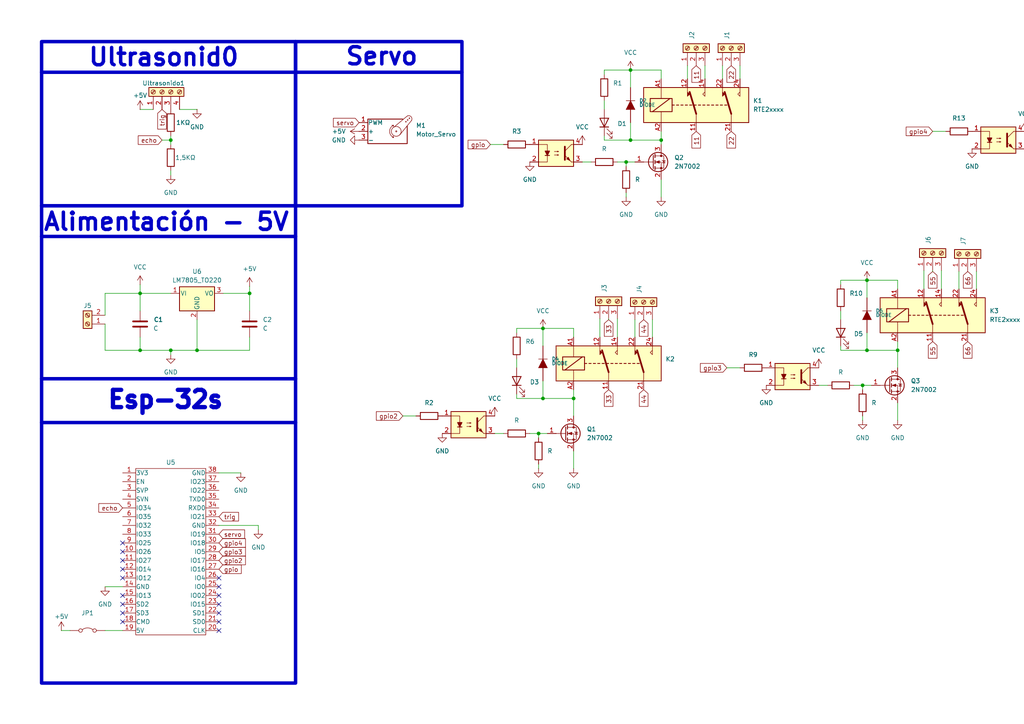
<source format=kicad_sch>
(kicad_sch (version 20231120) (generator "eeschema") (generator_version "8.0")
  (paper "A4")
  (lib_symbols
    (symbol "Connector:Screw_Terminal_01x02" (pin_names (offset 1.016) hide)
      (property "Reference" "J" (at 0 2.54 0))
      (property "Value" "Screw_Terminal_01x02" (at 0 -5.08 0))
      (symbol "Screw_Terminal_01x02_1_1"
        (pin passive line (at -5.08 0 0) (length 3.81) (name "Pin_1") (number "1"))
        (pin passive line (at -5.08 -2.54 0) (length 3.81) (name "Pin_2") (number "2"))
      )
    )
    (symbol "Connector:Screw_Terminal_01x03" (pin_names (offset 1.016) hide)
      (property "Reference" "J" (at 0 5.08 0))
      (property "Value" "Screw_Terminal_01x03" (at 0 -5.08 0))
      (symbol "Screw_Terminal_01x03_1_1"
        (pin passive line (at -5.08 2.54 0) (length 3.81) (name "Pin_1") (number "1"))
        (pin passive line (at -5.08 0 0) (length 3.81) (name "Pin_2") (number "2"))
        (pin passive line (at -5.08 -2.54 0) (length 3.81) (name "Pin_3") (number "3"))
      )
    )
    (symbol "Connector:Screw_Terminal_01x04" (pin_names (offset 1.016) hide)
      (property "Reference" "J" (at 0 5.08 0))
      (property "Value" "Screw_Terminal_01x04" (at 0 -7.62 0))
      (symbol "Screw_Terminal_01x04_1_1"
        (pin passive line (at -5.08 2.54 0) (length 3.81) (name "Pin_1") (number "1"))
        (pin passive line (at -5.08 0 0) (length 3.81) (name "Pin_2") (number "2"))
        (pin passive line (at -5.08 -2.54 0) (length 3.81) (name "Pin_3") (number "3"))
        (pin passive line (at -5.08 -5.08 0) (length 3.81) (name "Pin_4") (number "4"))
      )
    )
    (symbol "Device:C" (pin_numbers hide) (pin_names (offset 0.254))
      (property "Reference" "C" (at 0.635 2.54 0))
      (property "Value" "C" (at 0.635 -2.54 0))
      (symbol "C_1_1"
        (pin passive line (at 0 3.81 270) (length 2.794) (name "~") (number "1"))
        (pin passive line (at 0 -3.81 90) (length 2.794) (name "~") (number "2"))
      )
    )
    (symbol "Device:LED" (pin_numbers hide) (pin_names (offset 1.016) hide)
      (property "Reference" "D" (at 0 2.54 0))
      (property "Value" "LED" (at 0 -2.54 0))
      (symbol "LED_1_1"
        (pin passive line (at -3.81 0 0) (length 2.54) (name "K") (number "1"))
        (pin passive line (at 3.81 0 180) (length 2.54) (name "A") (number "2"))
      )
    )
    (symbol "Device:R" (pin_numbers hide) (pin_names (offset 0))
      (property "Reference" "R" (at 2.032 0 90))
      (property "Value" "R" (at 0 0 90))
      (symbol "R_1_1"
        (pin passive line (at 0 3.81 270) (length 1.27) (name "~") (number "1"))
        (pin passive line (at 0 -3.81 90) (length 1.27) (name "~") (number "2"))
      )
    )
    (symbol "EESTN5:DIODE" (pin_numbers hide) (pin_names (offset 1.016) hide)
      (property "Reference" "D" (at 0 2.54 0))
      (property "Value" "DIODE" (at 0 -2.54 0))
      (symbol "DIODE_1_1"
        (pin passive line (at -5.08 0 0) (length 3.81) (name "A") (number "1"))
        (pin passive line (at 5.08 0 180) (length 3.81) (name "K") (number "2"))
      )
    )
    (symbol "EESTN5:ESP32_DEVKITC" (pin_names (offset 0.0254))
      (property "Reference" "U" (at 0 25.4 0))
      (property "Value" "ESP32_DEVKITC" (at 0 -25.4 0))
      (symbol "ESP32_DEVKITC_1_1"
        (pin passive line (at -13.97 22.86 0) (length 3.81) (name "3V3") (number "1"))
        (pin passive line (at -13.97 0 0) (length 3.81) (name "IO26") (number "10"))
        (pin passive line (at -13.97 -2.54 0) (length 3.81) (name "IO27") (number "11"))
        (pin passive line (at -13.97 -5.08 0) (length 3.81) (name "IO14") (number "12"))
        (pin passive line (at -13.97 -7.62 0) (length 3.81) (name "IO12") (number "13"))
        (pin passive line (at -13.97 -10.16 0) (length 3.81) (name "GND") (number "14"))
        (pin passive line (at -13.97 -12.7 0) (length 3.81) (name "IO13") (number "15"))
        (pin passive line (at -13.97 -15.24 0) (length 3.81) (name "SD2") (number "16"))
        (pin passive line (at -13.97 -17.78 0) (length 3.81) (name "SD3") (number "17"))
        (pin passive line (at -13.97 -20.32 0) (length 3.81) (name "CMD") (number "18"))
        (pin passive line (at -13.97 -22.86 0) (length 3.81) (name "5V") (number "19"))
        (pin passive line (at -13.97 20.32 0) (length 3.81) (name "EN") (number "2"))
        (pin passive line (at 13.97 -22.86 180) (length 3.81) (name "CLK") (number "20"))
        (pin passive line (at 13.97 -20.32 180) (length 3.81) (name "SD0") (number "21"))
        (pin passive line (at 13.97 -17.78 180) (length 3.81) (name "SD1") (number "22"))
        (pin passive line (at 13.97 -15.24 180) (length 3.81) (name "IO15") (number "23"))
        (pin passive line (at 13.97 -12.7 180) (length 3.81) (name "IO02") (number "24"))
        (pin passive line (at 13.97 -10.16 180) (length 3.81) (name "IO0") (number "25"))
        (pin passive line (at 13.97 -7.62 180) (length 3.81) (name "IO4") (number "26"))
        (pin passive line (at 13.97 -5.08 180) (length 3.81) (name "IO16") (number "27"))
        (pin passive line (at 13.97 -2.54 180) (length 3.81) (name "IO17") (number "28"))
        (pin passive line (at 13.97 0 180) (length 3.81) (name "IO5") (number "29"))
        (pin passive line (at -13.97 17.78 0) (length 3.81) (name "SVP") (number "3"))
        (pin passive line (at 13.97 2.54 180) (length 3.81) (name "IO18") (number "30"))
        (pin passive line (at 13.97 5.08 180) (length 3.81) (name "IO19") (number "31"))
        (pin passive line (at 13.97 7.62 180) (length 3.81) (name "GND") (number "32"))
        (pin passive line (at 13.97 10.16 180) (length 3.81) (name "IO21") (number "33"))
        (pin passive line (at 13.97 12.7 180) (length 3.81) (name "RXD0") (number "34"))
        (pin passive line (at 13.97 15.24 180) (length 3.81) (name "TXD0") (number "35"))
        (pin passive line (at 13.97 17.78 180) (length 3.81) (name "IO22") (number "36"))
        (pin passive line (at 13.97 20.32 180) (length 3.81) (name "IO23") (number "37"))
        (pin passive line (at 13.97 22.86 180) (length 3.81) (name "GND") (number "38"))
        (pin passive line (at -13.97 15.24 0) (length 3.81) (name "SVN") (number "4"))
        (pin passive line (at -13.97 12.7 0) (length 3.81) (name "IO34") (number "5"))
        (pin passive line (at -13.97 10.16 0) (length 3.81) (name "IO35") (number "6"))
        (pin passive line (at -13.97 7.62 0) (length 3.81) (name "IO32") (number "7"))
        (pin passive line (at -13.97 5.08 0) (length 3.81) (name "IO33") (number "8"))
        (pin passive line (at -13.97 2.54 0) (length 3.81) (name "IO25") (number "9"))
      )
    )
    (symbol "EESTN5:PC817" (pin_names (offset 1.016))
      (property "Reference" "U" (at -5.08 5.08 0))
      (property "Value" "PC817" (at 0 5.08 0))
      (symbol "PC817_1_1"
        (pin passive line (at -7.62 2.54 0) (length 2.54) (name "~") (number "1"))
        (pin passive line (at -7.62 -2.54 0) (length 2.54) (name "~") (number "2"))
        (pin passive line (at 7.62 -2.54 180) (length 2.54) (name "~") (number "3"))
        (pin passive line (at 7.62 2.54 180) (length 2.54) (name "~") (number "4"))
      )
    )
    (symbol "Jumper:Jumper_2_Bridged" (pin_numbers hide) (pin_names (offset 0) hide) (exclude_from_sim yes)
      (property "Reference" "JP" (at 0 1.905 0))
      (property "Value" "Jumper_2_Bridged" (at 0 -2.54 0))
      (symbol "Jumper_2_Bridged_1_1"
        (pin passive line (at -5.08 0 0) (length 2.54) (name "A") (number "1"))
        (pin passive line (at 5.08 0 180) (length 2.54) (name "B") (number "2"))
      )
    )
    (symbol "Motor:Motor_Servo" (pin_names (offset 0.0254))
      (property "Reference" "M" (at -5.08 4.445 0))
      (property "Value" "Motor_Servo" (at -5.08 -4.064 0))
      (symbol "Motor_Servo_1_1"
        (pin passive line (at -7.62 2.54 0) (length 2.54) (name "PWM") (number "1"))
        (pin passive line (at -7.62 0 0) (length 2.54) (name "+") (number "2"))
        (pin passive line (at -7.62 -2.54 0) (length 2.54) (name "-") (number "3"))
      )
    )
    (symbol "Regulator_Linear:LM7805_TO220" (pin_names (offset 0.254))
      (property "Reference" "U" (at -3.81 3.175 0))
      (property "Value" "LM7805_TO220" (at 0 3.175 0))
      (symbol "LM7805_TO220_1_1"
        (pin power_in line (at -7.62 0 0) (length 2.54) (name "VI") (number "1"))
        (pin power_in line (at 0 -7.62 90) (length 2.54) (name "GND") (number "2"))
        (pin power_out line (at 7.62 0 180) (length 2.54) (name "VO") (number "3"))
      )
    )
    (symbol "Relay:RTE2xxxx"
      (property "Reference" "K" (at 16.51 3.81 0))
      (property "Value" "RTE2xxxx" (at 16.51 1.27 0))
      (symbol "RTE2xxxx_1_1"
        (pin passive line (at 0 -7.62 90) (length 2.54) (name "~") (number "11"))
        (pin passive line (at -2.54 7.62 270) (length 2.54) (name "~") (number "12"))
        (pin passive line (at 2.54 7.62 270) (length 2.54) (name "~") (number "14"))
        (pin passive line (at 10.16 -7.62 90) (length 2.54) (name "~") (number "21"))
        (pin passive line (at 7.62 7.62 270) (length 2.54) (name "~") (number "22"))
        (pin passive line (at 12.7 7.62 270) (length 2.54) (name "~") (number "24"))
        (pin passive line (at -10.16 7.62 270) (length 2.54) (name "~") (number "A1"))
        (pin passive line (at -10.16 -7.62 90) (length 2.54) (name "~") (number "A2"))
      )
    )
    (symbol "Transistor_FET:2N7002" (pin_names hide)
      (property "Reference" "Q" (at 5.08 1.905 0))
      (property "Value" "2N7002" (at 5.08 0 0))
      (symbol "2N7002_1_1"
        (pin input line (at -5.08 0 0) (length 2.54) (name "G") (number "1"))
        (pin passive line (at 2.54 -5.08 90) (length 2.54) (name "S") (number "2"))
        (pin passive line (at 2.54 5.08 270) (length 2.54) (name "D") (number "3"))
      )
    )
    (symbol "power:+5V" (power) (pin_numbers hide) (pin_names (offset 0) hide)
      (property "Value" "+5V" (at 0 3.556 0))
      (symbol "+5V_1_1"
        (pin power_in line (at 0 0 90) (length 0) (name "~") (number "1"))
      )
    )
    (symbol "power:GND" (power) (pin_numbers hide) (pin_names (offset 0) hide)
      (property "Value" "GND" (at 0 -3.81 0))
      (symbol "GND_1_1"
        (pin power_in line (at 0 0 270) (length 0) (name "~") (number "1"))
      )
    )
    (symbol "power:VCC" (power) (pin_numbers hide) (pin_names (offset 0) hide)
      (property "Value" "VCC" (at 0 3.556 0))
      (symbol "VCC_1_1"
        (pin power_in line (at 0 0 90) (length 0) (name "~") (number "1"))
      )
    )
  )
  (junction (at 309.88 43.18))
  (junction (at 40.64 85.09))
  (junction (at 40.64 101.6))
  (junction (at 157.48 115.57))
  (junction (at 166.37 115.57))
  (junction (at 72.39 85.09))
  (junction (at 157.48 95.25))
  (junction (at 260.35 101.6))
  (junction (at 251.46 81.28))
  (junction (at 182.88 40.64))
  (junction (at 320.04 33.02))
  (junction (at 156.21 125.73))
  (junction (at 251.46 101.6))
  (junction (at 181.61 46.99))
  (junction (at 191.77 40.64))
  (junction (at 311.15 12.7))
  (junction (at 182.88 20.32))
  (junction (at 49.53 40.64))
  (junction (at 311.15 33.02))
  (junction (at 57.15 101.6))
  (junction (at 49.53 101.6))
  (junction (at 250.19 111.76))
  (no_connect (at 63.5 180.34))
  (no_connect (at 35.56 180.34))
  (no_connect (at 63.5 170.18))
  (no_connect (at 63.5 182.88))
  (no_connect (at 63.5 177.8))
  (no_connect (at 35.56 165.1))
  (no_connect (at 35.56 175.26))
  (no_connect (at 35.56 167.64))
  (no_connect (at 35.56 162.56))
  (no_connect (at 63.5 167.64))
  (no_connect (at 35.56 160.02))
  (no_connect (at 63.5 172.72))
  (no_connect (at 35.56 157.48))
  (no_connect (at 63.5 175.26))
  (no_connect (at 35.56 177.8))
  (no_connect (at 35.56 172.72))
  (wire (pts (xy 17.78 182.88) (xy 20.32 182.88)))
  (wire (pts (xy 64.77 85.09) (xy 72.39 85.09)))
  (wire (pts (xy 175.26 20.32) (xy 175.26 21.59)))
  (wire (pts (xy 156.21 135.89) (xy 156.21 134.62)))
  (wire (pts (xy 191.77 52.07) (xy 191.77 57.15)))
  (wire (pts (xy 189.23 97.79) (xy 189.23 92.71)))
  (wire (pts (xy 199.39 22.86) (xy 199.39 19.05)))
  (wire (pts (xy 166.37 95.25) (xy 157.48 95.25)))
  (wire (pts (xy 142.24 41.91) (xy 146.05 41.91)))
  (wire (pts (xy 214.63 22.86) (xy 214.63 19.05)))
  (wire (pts (xy 30.48 93.98) (xy 30.48 101.6)))
  (wire (pts (xy 260.35 81.28) (xy 251.46 81.28)))
  (wire (pts (xy 40.64 82.55) (xy 40.64 85.09)))
  (wire (pts (xy 330.2 10.16) (xy 330.2 9.906)))
  (wire (pts (xy 146.05 125.73) (xy 143.51 125.73)))
  (wire (pts (xy 311.15 12.7) (xy 311.15 17.78)))
  (wire (pts (xy 303.53 33.02) (xy 311.15 33.02)))
  (wire (pts (xy 166.37 130.81) (xy 166.37 135.89)))
  (wire (pts (xy 182.88 20.32) (xy 182.88 25.4)))
  (wire (pts (xy 30.48 170.18) (xy 35.56 170.18)))
  (wire (pts (xy 273.05 83.82) (xy 273.05 78.486)))
  (wire (pts (xy 116.84 120.65) (xy 120.65 120.65)))
  (wire (pts (xy 311.15 27.94) (xy 311.15 33.02)))
  (wire (pts (xy 176.53 92.71) (xy 176.53 92.456)))
  (wire (pts (xy 57.15 31.75) (xy 52.07 31.75)))
  (wire (pts (xy 149.86 104.14) (xy 149.86 106.68)))
  (wire (pts (xy 30.48 101.6) (xy 40.64 101.6)))
  (wire (pts (xy 260.35 81.28) (xy 260.35 83.82)))
  (wire (pts (xy 166.37 113.03) (xy 166.37 115.57)))
  (wire (pts (xy 320.04 48.26) (xy 320.04 53.34)))
  (wire (pts (xy 260.35 99.06) (xy 260.35 101.6)))
  (wire (pts (xy 46.99 40.64) (xy 49.53 40.64)))
  (wire (pts (xy 40.64 90.17) (xy 40.64 85.09)))
  (wire (pts (xy 179.07 97.79) (xy 179.07 92.456)))
  (wire (pts (xy 311.15 33.02) (xy 320.04 33.02)))
  (wire (pts (xy 342.9 15.24) (xy 342.9 10.16)))
  (wire (pts (xy 153.67 125.73) (xy 156.21 125.73)))
  (wire (pts (xy 243.84 81.28) (xy 251.46 81.28)))
  (wire (pts (xy 204.47 22.86) (xy 204.47 19.05)))
  (wire (pts (xy 179.07 46.99) (xy 181.61 46.99)))
  (wire (pts (xy 49.53 102.87) (xy 49.53 101.6)))
  (wire (pts (xy 149.86 115.57) (xy 157.48 115.57)))
  (wire (pts (xy 171.45 46.99) (xy 168.91 46.99)))
  (wire (pts (xy 309.88 43.18) (xy 312.42 43.18)))
  (wire (pts (xy 182.88 35.56) (xy 182.88 40.64)))
  (wire (pts (xy 74.93 152.4) (xy 63.5 152.4)))
  (wire (pts (xy 72.39 90.17) (xy 72.39 85.09)))
  (wire (pts (xy 175.26 29.21) (xy 175.26 31.75)))
  (wire (pts (xy 191.77 20.32) (xy 191.77 22.86)))
  (wire (pts (xy 320.04 12.7) (xy 311.15 12.7)))
  (wire (pts (xy 303.53 12.7) (xy 311.15 12.7)))
  (wire (pts (xy 149.86 95.25) (xy 157.48 95.25)))
  (wire (pts (xy 251.46 96.52) (xy 251.46 101.6)))
  (wire (pts (xy 166.37 95.25) (xy 166.37 97.79)))
  (wire (pts (xy 57.15 92.71) (xy 57.15 101.6)))
  (wire (pts (xy 157.48 95.25) (xy 157.48 100.33)))
  (wire (pts (xy 74.93 153.67) (xy 74.93 152.4)))
  (wire (pts (xy 320.04 33.02) (xy 320.04 38.1)))
  (wire (pts (xy 251.46 81.28) (xy 251.46 86.36)))
  (wire (pts (xy 327.66 15.24) (xy 327.66 9.906)))
  (wire (pts (xy 181.61 57.15) (xy 181.61 55.88)))
  (wire (pts (xy 57.15 101.6) (xy 72.39 101.6)))
  (wire (pts (xy 49.53 39.37) (xy 49.53 40.64)))
  (wire (pts (xy 40.64 101.6) (xy 49.53 101.6)))
  (wire (pts (xy 49.53 101.6) (xy 57.15 101.6)))
  (wire (pts (xy 173.99 97.79) (xy 173.99 92.456)))
  (wire (pts (xy 267.97 83.82) (xy 267.97 78.486)))
  (wire (pts (xy 240.03 111.76) (xy 237.49 111.76)))
  (wire (pts (xy 320.04 30.48) (xy 320.04 33.02)))
  (wire (pts (xy 49.53 50.8) (xy 49.53 49.53)))
  (wire (pts (xy 283.21 83.82) (xy 283.21 78.74)))
  (wire (pts (xy 278.13 83.82) (xy 278.13 78.74)))
  (wire (pts (xy 40.64 97.79) (xy 40.64 101.6)))
  (wire (pts (xy 157.48 110.49) (xy 157.48 115.57)))
  (wire (pts (xy 181.61 48.26) (xy 181.61 46.99)))
  (wire (pts (xy 247.65 111.76) (xy 250.19 111.76)))
  (wire (pts (xy 40.64 85.09) (xy 49.53 85.09)))
  (wire (pts (xy 149.86 114.3) (xy 149.86 115.57)))
  (wire (pts (xy 303.53 31.75) (xy 303.53 33.02)))
  (wire (pts (xy 243.84 101.6) (xy 251.46 101.6)))
  (wire (pts (xy 243.84 90.17) (xy 243.84 92.71)))
  (wire (pts (xy 156.21 127) (xy 156.21 125.73)))
  (wire (pts (xy 270.51 38.1) (xy 274.32 38.1)))
  (wire (pts (xy 30.48 85.09) (xy 40.64 85.09)))
  (wire (pts (xy 30.48 91.44) (xy 30.48 85.09)))
  (wire (pts (xy 299.72 43.18) (xy 297.18 43.18)))
  (wire (pts (xy 250.19 121.92) (xy 250.19 120.65)))
  (wire (pts (xy 260.35 116.84) (xy 260.35 121.92)))
  (wire (pts (xy 303.53 21.59) (xy 303.53 24.13)))
  (wire (pts (xy 250.19 113.03) (xy 250.19 111.76)))
  (wire (pts (xy 250.19 111.76) (xy 252.73 111.76)))
  (wire (pts (xy 69.85 137.16) (xy 63.5 137.16)))
  (wire (pts (xy 309.88 44.45) (xy 309.88 43.18)))
  (wire (pts (xy 30.48 182.88) (xy 35.56 182.88)))
  (wire (pts (xy 337.82 15.24) (xy 337.82 10.16)))
  (wire (pts (xy 309.88 53.34) (xy 309.88 52.07)))
  (wire (pts (xy 191.77 38.1) (xy 191.77 40.64)))
  (wire (pts (xy 243.84 81.28) (xy 243.84 82.55)))
  (wire (pts (xy 156.21 125.73) (xy 158.75 125.73)))
  (wire (pts (xy 40.64 31.75) (xy 44.45 31.75)))
  (wire (pts (xy 209.55 22.86) (xy 209.55 19.05)))
  (wire (pts (xy 191.77 20.32) (xy 182.88 20.32)))
  (wire (pts (xy 175.26 40.64) (xy 182.88 40.64)))
  (wire (pts (xy 191.77 40.64) (xy 191.77 41.91)))
  (wire (pts (xy 149.86 95.25) (xy 149.86 96.52)))
  (wire (pts (xy 303.53 12.7) (xy 303.53 13.97)))
  (wire (pts (xy 184.15 97.79) (xy 184.15 92.71)))
  (wire (pts (xy 72.39 83.058) (xy 72.39 85.09)))
  (wire (pts (xy 251.46 101.6) (xy 260.35 101.6)))
  (wire (pts (xy 270.51 78.74) (xy 270.51 78.486)))
  (wire (pts (xy 210.82 106.68) (xy 214.63 106.68)))
  (wire (pts (xy 307.34 43.18) (xy 309.88 43.18)))
  (wire (pts (xy 166.37 115.57) (xy 166.37 120.65)))
  (wire (pts (xy 49.53 40.64) (xy 49.53 41.91)))
  (wire (pts (xy 72.39 97.79) (xy 72.39 101.6)))
  (wire (pts (xy 182.88 40.64) (xy 191.77 40.64)))
  (wire (pts (xy 332.74 15.24) (xy 332.74 9.906)))
  (wire (pts (xy 175.26 39.37) (xy 175.26 40.64)))
  (wire (pts (xy 157.48 115.57) (xy 166.37 115.57)))
  (wire (pts (xy 243.84 100.33) (xy 243.84 101.6)))
  (wire (pts (xy 320.04 12.7) (xy 320.04 15.24)))
  (wire (pts (xy 181.61 46.99) (xy 184.15 46.99)))
  (wire (pts (xy 260.35 101.6) (xy 260.35 106.68)))
  (wire (pts (xy 175.26 20.32) (xy 182.88 20.32)))
  (rectangle (start 12.065 122.555) (end 85.725 122.555) (stroke (width 1)))
  (rectangle (start 12.065 68.58) (end 85.725 68.58) (stroke (width 1)))
  (rectangle (start 12.065 109.855) (end 85.725 198.12) (stroke (width 1)))
  (rectangle (start 12.065 12.065) (end 85.725 59.69) (stroke (width 1)))
  (rectangle (start 12.065 20.955) (end 85.725 20.955) (stroke (width 1)))
  (rectangle (start 85.725 20.955) (end 133.985 20.955) (stroke (width 1)))
  (rectangle (start 85.725 12.065) (end 133.985 59.69) (stroke (width 1)))
  (rectangle (start 12.065 59.69) (end 85.725 109.855) (stroke (width 1)))
  (text "Esp-32s" (at 48.006 116.078 0) (effects (font (size 5 5) (thickness 2) (bold yes))))
  (text "Alimentación - 5V" (at 48.26 64.516 0) (effects (font (size 5 5) (thickness 1) (bold yes))))
  (text "Ultrasonid0\n" (at 47.498 16.764 0) (effects (font (size 5 5) (thickness 1) (bold yes))))
  (text "Servo\n" (at 110.744 16.51 0) (effects (font (size 5 5) (thickness 1) (bold yes))))
  (global_label "33" (shape input) (at 176.53 92.71 270) (property "Intersheetrefs" "${INTERSHEET_REFS}" (effects (hide yes))))
  (global_label "55" (shape input) (at 270.51 78.74 270) (property "Intersheetrefs" "${INTERSHEET_REFS}" (effects (hide yes))))
  (global_label "88" (shape input) (at 340.36 30.48 270) (property "Intersheetrefs" "${INTERSHEET_REFS}" (effects (hide yes))))
  (global_label "44" (shape input) (at 186.69 92.71 270) (property "Intersheetrefs" "${INTERSHEET_REFS}" (effects (hide yes))))
  (global_label "gpio" (shape input) (at 142.24 41.91 180) (property "Intersheetrefs" "${INTERSHEET_REFS}" (effects (hide yes))))
  (global_label "22" (shape input) (at 212.09 19.05 270) (property "Intersheetrefs" "${INTERSHEET_REFS}" (effects (hide yes))))
  (global_label "servo" (shape input) (at 63.5 154.94 0) (property "Intersheetrefs" "${INTERSHEET_REFS}" (effects (hide yes))))
  (global_label "66" (shape input) (at 280.67 99.06 270) (property "Intersheetrefs" "${INTERSHEET_REFS}" (effects (hide yes))))
  (global_label "gpio2" (shape input) (at 116.84 120.65 180) (property "Intersheetrefs" "${INTERSHEET_REFS}" (effects (hide yes))))
  (global_label "55" (shape input) (at 270.51 99.06 270) (property "Intersheetrefs" "${INTERSHEET_REFS}" (effects (hide yes))))
  (global_label "trig" (shape input) (at 63.5 149.86 0) (property "Intersheetrefs" "${INTERSHEET_REFS}" (effects (hide yes))))
  (global_label "11" (shape input) (at 201.93 38.1 270) (property "Intersheetrefs" "${INTERSHEET_REFS}" (effects (hide yes))))
  (global_label "gpio2" (shape input) (at 63.5 162.56 0) (property "Intersheetrefs" "${INTERSHEET_REFS}" (effects (hide yes))))
  (global_label "88" (shape input) (at 340.36 10.16 270) (property "Intersheetrefs" "${INTERSHEET_REFS}" (effects (hide yes))))
  (global_label "echo" (shape input) (at 35.56 147.32 180) (property "Intersheetrefs" "${INTERSHEET_REFS}" (effects (hide yes))))
  (global_label "gpio3" (shape input) (at 63.5 160.02 0) (property "Intersheetrefs" "${INTERSHEET_REFS}" (effects (hide yes))))
  (global_label "77" (shape input) (at 330.2 10.16 270) (property "Intersheetrefs" "${INTERSHEET_REFS}" (effects (hide yes))))
  (global_label "trig" (shape input) (at 46.99 31.75 270) (property "Intersheetrefs" "${INTERSHEET_REFS}" (effects (hide yes))))
  (global_label "gpio3" (shape input) (at 210.82 106.68 180) (property "Intersheetrefs" "${INTERSHEET_REFS}" (effects (hide yes))))
  (global_label "66" (shape input) (at 280.67 78.74 270) (property "Intersheetrefs" "${INTERSHEET_REFS}" (effects (hide yes))))
  (global_label "44" (shape input) (at 186.69 113.03 270) (property "Intersheetrefs" "${INTERSHEET_REFS}" (effects (hide yes))))
  (global_label "33" (shape input) (at 176.53 113.03 270) (property "Intersheetrefs" "${INTERSHEET_REFS}" (effects (hide yes))))
  (global_label "gpio" (shape input) (at 63.5 165.1 0) (property "Intersheetrefs" "${INTERSHEET_REFS}" (effects (hide yes))))
  (global_label "gpio4" (shape input) (at 270.51 38.1 180) (property "Intersheetrefs" "${INTERSHEET_REFS}" (effects (hide yes))))
  (global_label "11" (shape input) (at 201.93 19.05 270) (property "Intersheetrefs" "${INTERSHEET_REFS}" (effects (hide yes))))
  (global_label "gpio4" (shape input) (at 63.5 157.48 0) (property "Intersheetrefs" "${INTERSHEET_REFS}" (effects (hide yes))))
  (global_label "22" (shape input) (at 212.09 38.1 270) (property "Intersheetrefs" "${INTERSHEET_REFS}" (effects (hide yes))))
  (global_label "servo" (shape input) (at 104.14 35.56 180) (property "Intersheetrefs" "${INTERSHEET_REFS}" (effects (hide yes))))
  (global_label "echo" (shape input) (at 46.99 40.64 180) (property "Intersheetrefs" "${INTERSHEET_REFS}" (effects (hide yes))))
  (global_label "77" (shape input) (at 330.2 30.48 270) (property "Intersheetrefs" "${INTERSHEET_REFS}" (effects (hide yes))))
  (symbol (lib_id "Device:R") (at 243.84 111.76 270) (unit 1)
    (property "Reference" "R11" (effects (hide yes)))
    (property "Value" "R" (at 243.84 107.95 90))
    (property "Footprint" "Resistor_SMD:R_0805_2012Metric" (effects (hide yes)))
    (property "Description" "Resistor" (effects (hide yes)))
  )
  (symbol (lib_id "power:+5V") (at 72.39 83.058 0) (unit 1)
    (property "Reference" "#PWR030" (effects (hide yes)))
    (property "Value" "+5V" (at 72.39 77.978 0))
    (property "Description" "Power symbol creates a global label with name \"+5V\"" (effects (hide yes)))
  )
  (symbol (lib_id "Device:R") (at 175.26 46.99 270) (unit 1)
    (property "Reference" "R5" (effects (hide yes)))
    (property "Value" "R" (at 175.26 43.18 90))
    (property "Footprint" "Resistor_SMD:R_0805_2012Metric" (effects (hide yes)))
    (property "Description" "Resistor" (effects (hide yes)))
  )
  (symbol (lib_id "Device:R") (at 250.19 116.84 180) (unit 1)
    (property "Reference" "R12" (effects (hide yes)))
    (property "Value" "R" (at 252.73 116.8399 0) (effects (justify right)))
    (property "Footprint" "Resistor_SMD:R_0805_2012Metric" (effects (hide yes)))
    (property "Description" "Resistor" (effects (hide yes)))
  )
  (symbol (lib_id "EESTN5:DIODE") (at 157.48 105.41 90) (unit 1)
    (property "Reference" "D4" (at 160.02 104.1018 90) (effects (font (size 1.016 1.016)) (justify right)))
    (property "Value" "DIODE" (at 160.02 105.3718 90) (effects (font (size 1.016 1.016)) (justify right)))
    (property "Footprint" "Diode_SMD:D_0805_2012Metric" (effects (hide yes)))
  )
  (symbol (lib_id "Connector:Screw_Terminal_01x03") (at 212.09 13.97 90) (unit 1)
    (property "Reference" "J1" (at 210.8199 11.43 0) (effects (justify left)))
    (property "Value" "Screw_Terminal_01x03" (effects (hide yes)))
    (property "Footprint" "TerminalBlock:TerminalBlock_Xinya_XY308-2.54-3P_1x03_P2.54mm_Horizontal" (effects (hide yes)))
    (property "Description" "Generic screw terminal, single row, 01x03, script generated (kicad-library-utils/schlib/autogen/connector/)" (effects (hide yes)))
  )
  (symbol (lib_id "power:GND") (at 320.04 53.34 0) (unit 1)
    (property "Reference" "#PWR016" (effects (hide yes)))
    (property "Value" "GND" (at 320.04 58.42 0))
    (property "Description" "Power symbol creates a global label with name \"GND\" , ground" (effects (hide yes)))
  )
  (symbol (lib_id "power:GND") (at 30.48 170.18 0) (unit 1)
    (property "Reference" "#PWR020" (effects (hide yes)))
    (property "Value" "GND" (at 30.48 175.26 0))
    (property "Description" "Power symbol creates a global label with name \"GND\" , ground" (effects (hide yes)))
  )
  (symbol (lib_id "Device:C") (at 40.64 93.98 0) (unit 1)
    (property "Reference" "C1" (at 44.45 92.7099 0) (effects (font (bold yes)) (justify left)))
    (property "Value" "C" (at 44.45 95.2499 0) (effects (justify left)))
    (property "Footprint" "Capacitor_SMD:C_0805_2012Metric" (effects (hide yes)))
    (property "Description" "Unpolarized capacitor" (effects (hide yes)))
  )
  (symbol (lib_id "power:+5V") (at 40.64 31.75 0) (unit 1)
    (property "Reference" "#PWR026" (effects (hide yes)))
    (property "Value" "+5V" (at 38.608 27.686 0) (effects (justify left)))
    (property "Description" "Power symbol creates a global label with name \"+5V\"" (effects (hide yes)))
  )
  (symbol (lib_id "power:GND") (at 309.88 53.34 0) (unit 1)
    (property "Reference" "#PWR015" (effects (hide yes)))
    (property "Value" "GND" (at 309.88 58.42 0))
    (property "Description" "Power symbol creates a global label with name \"GND\" , ground" (effects (hide yes)))
  )
  (symbol (lib_id "Transistor_FET:2N7002") (at 317.5 43.18 0) (unit 1)
    (property "Reference" "Q4" (at 323.85 41.9099 0) (effects (justify left)))
    (property "Value" "2N7002" (at 323.85 44.4499 0) (effects (justify left)))
    (property "Footprint" "Package_TO_SOT_SMD:SOT-23" (effects (hide yes)))
    (property "Datasheet" "https://www.onsemi.com/pub/Collateral/NDS7002A-D.PDF" (effects (hide yes)))
    (property "Description" "0.115A Id, 60V Vds, N-Channel MOSFET, SOT-23" (effects (hide yes)))
  )
  (symbol (lib_id "power:GND") (at 128.27 125.73 0) (unit 1)
    (property "Reference" "#PWR01" (effects (hide yes)))
    (property "Value" "GND" (at 128.27 130.81 0))
    (property "Description" "Power symbol creates a global label with name \"GND\" , ground" (effects (hide yes)))
  )
  (symbol (lib_id "Transistor_FET:2N7002") (at 257.81 111.76 0) (unit 1)
    (property "Reference" "Q3" (at 264.16 110.4899 0) (effects (justify left)))
    (property "Value" "2N7002" (at 264.16 113.0299 0) (effects (justify left)))
    (property "Footprint" "Package_TO_SOT_SMD:SOT-23" (effects (hide yes)))
    (property "Datasheet" "https://www.onsemi.com/pub/Collateral/NDS7002A-D.PDF" (effects (hide yes)))
    (property "Description" "0.115A Id, 60V Vds, N-Channel MOSFET, SOT-23" (effects (hide yes)))
  )
  (symbol (lib_id "power:VCC") (at 297.18 38.1 0) (unit 1)
    (property "Reference" "#PWR014" (effects (hide yes)))
    (property "Value" "VCC" (at 297.18 33.02 0))
    (property "Description" "Power symbol creates a global label with name \"VCC\"" (effects (hide yes)))
  )
  (symbol (lib_id "Device:LED") (at 243.84 96.52 90) (unit 1)
    (property "Reference" "D5" (at 247.65 96.8374 90) (effects (justify right)))
    (property "Value" "LED" (effects (hide yes)))
    (property "Footprint" "LED_SMD:LED_0805_2012Metric" (effects (hide yes)))
    (property "Description" "Light emitting diode" (effects (hide yes)))
  )
  (symbol (lib_id "power:GND") (at 222.25 111.76 0) (unit 1)
    (property "Reference" "#PWR09" (effects (hide yes)))
    (property "Value" "GND" (at 222.25 116.84 0))
    (property "Description" "Power symbol creates a global label with name \"GND\" , ground" (effects (hide yes)))
  )
  (symbol (lib_id "Jumper:Jumper_2_Bridged") (at 25.4 182.88 0) (unit 1) (exclude_from_sim yes)
    (property "Reference" "JP1" (at 25.4 177.8 0))
    (property "Value" "Jumper_2_Bridged" (effects (hide yes)))
    (property "Footprint" "Connector_PinHeader_2.54mm:PinHeader_1x02_P2.54mm_Vertical" (effects (hide yes)))
    (property "Description" "Jumper, 2-pole, closed/bridged" (effects (hide yes)))
  )
  (symbol (lib_id "EESTN5:ESP32_DEVKITC") (at 49.53 160.02 0) (unit 1)
    (property "Reference" "U5" (at 49.53 134.112 0))
    (property "Value" "ESP32_DEVKITC" (effects (hide yes)))
    (property "Footprint" "EESTN5:ESP32S" (effects (hide yes)))
    (property "Description" "ESP32-DEVKITC" (effects (hide yes)))
  )
  (symbol (lib_id "Device:R") (at 218.44 106.68 90) (unit 1)
    (property "Reference" "R9" (at 218.44 102.87 90))
    (property "Value" "R" (effects (hide yes)))
    (property "Footprint" "Resistor_SMD:R_0805_2012Metric" (effects (hide yes)))
    (property "Description" "Resistor" (effects (hide yes)))
  )
  (symbol (lib_id "Device:R") (at 181.61 52.07 180) (unit 1)
    (property "Reference" "R4" (effects (hide yes)))
    (property "Value" "R" (at 184.15 52.0699 0) (effects (justify right)))
    (property "Footprint" "Resistor_SMD:R_0805_2012Metric" (effects (hide yes)))
    (property "Description" "Resistor" (effects (hide yes)))
  )
  (symbol (lib_id "Device:R") (at 309.88 48.26 180) (unit 1)
    (property "Reference" "R16" (effects (hide yes)))
    (property "Value" "R" (at 312.42 48.2599 0) (effects (justify right)))
    (property "Footprint" "Resistor_SMD:R_0805_2012Metric" (effects (hide yes)))
    (property "Description" "Resistor" (effects (hide yes)))
  )
  (symbol (lib_id "power:VCC") (at 237.49 106.68 0) (unit 1)
    (property "Reference" "#PWR010" (effects (hide yes)))
    (property "Value" "VCC" (at 237.49 101.6 0))
    (property "Description" "Power symbol creates a global label with name \"VCC\"" (effects (hide yes)))
  )
  (symbol (lib_id "Transistor_FET:2N7002") (at 163.83 125.73 0) (unit 1)
    (property "Reference" "Q1" (at 170.18 124.4599 0) (effects (justify left)))
    (property "Value" "2N7002" (at 170.18 126.9999 0) (effects (justify left)))
    (property "Footprint" "Package_TO_SOT_SMD:SOT-23" (effects (hide yes)))
    (property "Datasheet" "https://www.onsemi.com/pub/Collateral/NDS7002A-D.PDF" (effects (hide yes)))
    (property "Description" "0.115A Id, 60V Vds, N-Channel MOSFET, SOT-23" (effects (hide yes)))
  )
  (symbol (lib_id "Device:R") (at 303.53 17.78 0) (unit 1)
    (property "Reference" "R14" (at 306.07 16.5099 0) (effects (justify left)))
    (property "Value" "R" (effects (hide yes)))
    (property "Footprint" "Resistor_SMD:R_0805_2012Metric" (effects (hide yes)))
    (property "Description" "Resistor" (effects (hide yes)))
  )
  (symbol (lib_id "power:VCC") (at 40.64 82.55 0) (unit 1)
    (property "Reference" "#PWR028" (effects (hide yes)))
    (property "Value" "VCC" (at 40.64 77.47 0))
    (property "Description" "Power symbol creates a global label with name \"VCC\"" (effects (hide yes)))
  )
  (symbol (lib_id "Motor:Motor_Servo") (at 111.76 38.1 0) (unit 1)
    (property "Reference" "M1" (at 120.65 36.3965 0) (effects (justify left)))
    (property "Value" "Motor_Servo" (at 120.65 38.9365 0) (effects (justify left)))
    (property "Footprint" "Connector_JST:JST_XA_B03B-XASK-1-A_1x03_P2.50mm_Vertical" (effects (hide yes)))
    (property "Datasheet" "http://forums.parallax.com/uploads/attachments/46831/74481.png" (effects (hide yes)))
    (property "Description" "Servo Motor (Futaba, HiTec, JR connector)" (effects (hide yes)))
  )
  (symbol (lib_id "Device:R") (at 278.13 38.1 90) (unit 1)
    (property "Reference" "R13" (at 278.13 34.29 90))
    (property "Value" "R" (effects (hide yes)))
    (property "Footprint" "Resistor_SMD:R_0805_2012Metric" (effects (hide yes)))
    (property "Description" "Resistor" (effects (hide yes)))
  )
  (symbol (lib_id "power:GND") (at 181.61 57.15 0) (unit 1)
    (property "Reference" "#PWR03" (effects (hide yes)))
    (property "Value" "GND" (at 181.61 62.23 0))
    (property "Description" "Power symbol creates a global label with name \"GND\" , ground" (effects (hide yes)))
  )
  (symbol (lib_id "power:GND") (at 153.67 46.99 0) (unit 1)
    (property "Reference" "#PWR02" (effects (hide yes)))
    (property "Value" "GND" (at 153.67 52.07 0))
    (property "Description" "Power symbol creates a global label with name \"GND\" , ground" (effects (hide yes)))
  )
  (symbol (lib_id "Relay:RTE2xxxx") (at 330.2 22.86 0) (unit 1)
    (property "Reference" "K4" (at 346.71 21.5899 0) (effects (justify left)))
    (property "Value" "RTE2xxxx" (at 346.71 24.1299 0) (effects (justify left)))
    (property "Footprint" "Relay_THT:Relay_DPDT_Schrack-RT2-FormC_RM5mm" (effects (hide yes)))
    (property "Datasheet" "http://www.te.com/commerce/DocumentDelivery/DDEController?Action=showdoc&DocId=Data+Sheet%7FRT2%7F1014%7Fpdf%7FEnglish%7FENG_DS_RT2_1014.pdf%7F6-1393243-3" (effects (hide yes)))
    (property "Description" "Schrack RT2 relay, monostable dual pole dual throw, DC or AC coil" (effects (hide yes)))
  )
  (symbol (lib_id "Device:C") (at 72.39 93.98 0) (unit 1)
    (property "Reference" "C2" (at 76.2 92.7099 0) (effects (justify left)))
    (property "Value" "C" (at 76.2 95.2499 0) (effects (justify left)))
    (property "Footprint" "Capacitor_SMD:C_0805_2012Metric" (effects (hide yes)))
    (property "Description" "Unpolarized capacitor" (effects (hide yes)))
  )
  (symbol (lib_id "EESTN5:PC817") (at 161.29 44.45 0) (unit 1)
    (property "Reference" "U1" (effects (hide yes)))
    (property "Value" "PC817" (effects (hide yes)))
    (property "Footprint" "PC817-B (1):DIP762W50P254L650H455Q4B" (effects (hide yes)))
    (property "Datasheet" "http://www.soselectronic.cz/a_info/resource/d/pc817.pdf" (effects (hide yes)))
    (property "Description" "DC Optocoupler, Vce 35V, CTR 50-300%, DIP4" (effects (hide yes)))
  )
  (symbol (lib_id "power:VCC") (at 251.46 81.28 0) (unit 1)
    (property "Reference" "#PWR019" (effects (hide yes)))
    (property "Value" "VCC" (at 251.46 76.2 0))
    (property "Description" "Power symbol creates a global label with name \"VCC\"" (effects (hide yes)))
  )
  (symbol (lib_id "EESTN5:PC817") (at 229.87 109.22 0) (unit 1)
    (property "Reference" "U3" (effects (hide yes)))
    (property "Value" "PC817" (effects (hide yes)))
    (property "Footprint" "PC817-B (1):DIP762W50P254L650H455Q4B" (effects (hide yes)))
    (property "Datasheet" "http://www.soselectronic.cz/a_info/resource/d/pc817.pdf" (effects (hide yes)))
    (property "Description" "DC Optocoupler, Vce 35V, CTR 50-300%, DIP4" (effects (hide yes)))
  )
  (symbol (lib_id "EESTN5:DIODE") (at 182.88 30.48 90) (unit 1)
    (property "Reference" "D2" (at 185.42 29.1718 90) (effects (font (size 1.016 1.016)) (justify right)))
    (property "Value" "DIODE" (at 185.42 30.4418 90) (effects (font (size 1.016 1.016)) (justify right)))
    (property "Footprint" "Diode_SMD:D_0805_2012Metric" (effects (hide yes)))
  )
  (symbol (lib_id "Device:R") (at 156.21 130.81 180) (unit 1)
    (property "Reference" "R8" (effects (hide yes)))
    (property "Value" "R" (at 158.75 130.8099 0) (effects (justify right)))
    (property "Footprint" "Resistor_SMD:R_0805_2012Metric" (effects (hide yes)))
    (property "Description" "Resistor" (effects (hide yes)))
  )
  (symbol (lib_id "EESTN5:DIODE") (at 311.15 22.86 90) (unit 1)
    (property "Reference" "D8" (at 313.69 21.5518 90) (effects (font (size 1.016 1.016)) (justify right)))
    (property "Value" "DIODE" (at 313.69 22.8218 90) (effects (font (size 1.016 1.016)) (justify right)))
    (property "Footprint" "Diode_SMD:D_0805_2012Metric" (effects (hide yes)))
  )
  (symbol (lib_id "Connector:Screw_Terminal_01x03") (at 201.93 13.97 90) (unit 1)
    (property "Reference" "J2" (at 200.6599 11.43 0) (effects (justify left)))
    (property "Value" "Screw_Terminal_01x03" (effects (hide yes)))
    (property "Footprint" "TerminalBlock:TerminalBlock_Xinya_XY308-2.54-3P_1x03_P2.54mm_Horizontal" (effects (hide yes)))
    (property "Description" "Generic screw terminal, single row, 01x03, script generated (kicad-library-utils/schlib/autogen/connector/)" (effects (hide yes)))
  )
  (symbol (lib_id "EESTN5:PC817") (at 135.89 123.19 0) (unit 1)
    (property "Reference" "U2" (effects (hide yes)))
    (property "Value" "PC817" (effects (hide yes)))
    (property "Footprint" "PC817-B (1):DIP762W50P254L650H455Q4B" (effects (hide yes)))
    (property "Datasheet" "http://www.soselectronic.cz/a_info/resource/d/pc817.pdf" (effects (hide yes)))
    (property "Description" "DC Optocoupler, Vce 35V, CTR 50-300%, DIP4" (effects (hide yes)))
  )
  (symbol (lib_id "Device:R") (at 149.86 100.33 0) (unit 1)
    (property "Reference" "R6" (at 152.4 99.0599 0) (effects (justify left)))
    (property "Value" "R" (effects (hide yes)))
    (property "Footprint" "Resistor_SMD:R_0805_2012Metric" (effects (hide yes)))
    (property "Description" "Resistor" (effects (hide yes)))
  )
  (symbol (lib_id "power:GND") (at 260.35 121.92 0) (unit 1)
    (property "Reference" "#PWR012" (effects (hide yes)))
    (property "Value" "GND" (at 260.35 127 0))
    (property "Description" "Power symbol creates a global label with name \"GND\" , ground" (effects (hide yes)))
  )
  (symbol (lib_id "Connector:Screw_Terminal_01x03") (at 280.67 73.66 90) (unit 1)
    (property "Reference" "J7" (at 279.3999 71.12 0) (effects (justify left)))
    (property "Value" "Screw_Terminal_01x03" (effects (hide yes)))
    (property "Footprint" "TerminalBlock:TerminalBlock_Xinya_XY308-2.54-3P_1x03_P2.54mm_Horizontal" (effects (hide yes)))
    (property "Description" "Generic screw terminal, single row, 01x03, script generated (kicad-library-utils/schlib/autogen/connector/)" (effects (hide yes)))
  )
  (symbol (lib_id "Connector:Screw_Terminal_01x03") (at 270.51 73.406 90) (unit 1)
    (property "Reference" "J6" (at 269.2399 70.866 0) (effects (justify left)))
    (property "Value" "Screw_Terminal_01x03" (effects (hide yes)))
    (property "Footprint" "TerminalBlock:TerminalBlock_Xinya_XY308-2.54-3P_1x03_P2.54mm_Horizontal" (effects (hide yes)))
    (property "Description" "Generic screw terminal, single row, 01x03, script generated (kicad-library-utils/schlib/autogen/connector/)" (effects (hide yes)))
  )
  (symbol (lib_id "power:GND") (at 74.93 153.67 0) (unit 1)
    (property "Reference" "#PWR023" (effects (hide yes)))
    (property "Value" "GND" (at 74.93 158.75 0))
    (property "Description" "Power symbol creates a global label with name \"GND\" , ground" (effects (hide yes)))
  )
  (symbol (lib_id "Relay:RTE2xxxx") (at 201.93 30.48 0) (unit 1)
    (property "Reference" "K1" (at 218.44 29.2099 0) (effects (justify left)))
    (property "Value" "RTE2xxxx" (at 218.44 31.7499 0) (effects (justify left)))
    (property "Footprint" "Relay_THT:Relay_DPDT_Schrack-RT2-FormC_RM5mm" (effects (hide yes)))
    (property "Datasheet" "http://www.te.com/commerce/DocumentDelivery/DDEController?Action=showdoc&DocId=Data+Sheet%7FRT2%7F1014%7Fpdf%7FEnglish%7FENG_DS_RT2_1014.pdf%7F6-1393243-3" (effects (hide yes)))
    (property "Description" "Schrack RT2 relay, monostable dual pole dual throw, DC or AC coil" (effects (hide yes)))
  )
  (symbol (lib_id "power:VCC") (at 311.15 12.7 0) (unit 1)
    (property "Reference" "#PWR022" (effects (hide yes)))
    (property "Value" "VCC" (at 311.15 7.62 0))
    (property "Description" "Power symbol creates a global label with name \"VCC\"" (effects (hide yes)))
  )
  (symbol (lib_id "EESTN5:PC817") (at 289.56 40.64 0) (unit 1)
    (property "Reference" "U4" (effects (hide yes)))
    (property "Value" "PC817" (effects (hide yes)))
    (property "Footprint" "PC817-B (1):DIP762W50P254L650H455Q4B" (effects (hide yes)))
    (property "Datasheet" "http://www.soselectronic.cz/a_info/resource/d/pc817.pdf" (effects (hide yes)))
    (property "Description" "DC Optocoupler, Vce 35V, CTR 50-300%, DIP4" (effects (hide yes)))
  )
  (symbol (lib_id "Device:LED") (at 149.86 110.49 90) (unit 1)
    (property "Reference" "D3" (at 153.67 110.8074 90) (effects (justify right)))
    (property "Value" "LED" (effects (hide yes)))
    (property "Footprint" "LED_SMD:LED_0805_2012Metric" (effects (hide yes)))
    (property "Description" "Light emitting diode" (effects (hide yes)))
  )
  (symbol (lib_id "Connector:Screw_Terminal_01x02") (at 25.4 93.98 180) (unit 1)
    (property "Reference" "J5" (at 25.4 88.646 0))
    (property "Value" "Screw_Terminal_01x02" (effects (hide yes)))
    (property "Footprint" "TerminalBlock:TerminalBlock_Xinya_XY308-2.54-2P_1x02_P2.54mm_Horizontal" (effects (hide yes)))
    (property "Description" "Generic screw terminal, single row, 01x02, script generated (kicad-library-utils/schlib/autogen/connector/)" (effects (hide yes)))
  )
  (symbol (lib_id "power:VCC") (at 157.48 95.25 0) (unit 1)
    (property "Reference" "#PWR018" (effects (hide yes)))
    (property "Value" "VCC" (at 157.48 90.17 0))
    (property "Description" "Power symbol creates a global label with name \"VCC\"" (effects (hide yes)))
  )
  (symbol (lib_id "Regulator_Linear:LM7805_TO220") (at 57.15 85.09 0) (unit 1)
    (property "Reference" "U6" (at 57.15 78.74 0))
    (property "Value" "LM7805_TO220" (at 57.15 81.28 0))
    (property "Footprint" "Package_TO_SOT_THT:TO-220-3_Vertical" (effects (hide yes)))
    (property "Datasheet" "https://www.onsemi.cn/PowerSolutions/document/MC7800-D.PDF" (effects (hide yes)))
    (property "Description" "Positive 1A 35V Linear Regulator, Fixed Output 5V, TO-220" (effects (hide yes)))
  )
  (symbol (lib_id "Device:R") (at 49.53 45.72 180) (unit 1)
    (property "Reference" "R18" (effects (hide yes)))
    (property "Value" "1,5KΩ" (at 50.8 45.72 0) (effects (justify right)))
    (property "Footprint" "Resistor_SMD:R_0805_2012Metric" (effects (hide yes)))
    (property "Description" "Resistor" (effects (hide yes)))
  )
  (symbol (lib_id "EESTN5:DIODE") (at 251.46 91.44 90) (unit 1)
    (property "Reference" "D6" (at 254 90.1318 90) (effects (font (size 1.016 1.016)) (justify right)))
    (property "Value" "DIODE" (at 254 91.4018 90) (effects (font (size 1.016 1.016)) (justify right)))
    (property "Footprint" "Diode_SMD:D_0805_2012Metric" (effects (hide yes)))
  )
  (symbol (lib_id "power:GND") (at 191.77 57.15 0) (unit 1)
    (property "Reference" "#PWR07" (effects (hide yes)))
    (property "Value" "GND" (at 191.77 62.23 0))
    (property "Description" "Power symbol creates a global label with name \"GND\" , ground" (effects (hide yes)))
  )
  (symbol (lib_id "Device:LED") (at 175.26 35.56 90) (unit 1)
    (property "Reference" "D1" (at 179.07 35.8774 90) (effects (justify right)))
    (property "Value" "LED" (effects (hide yes)))
    (property "Footprint" "LED_SMD:LED_0805_2012Metric" (effects (hide yes)))
    (property "Description" "Light emitting diode" (effects (hide yes)))
  )
  (symbol (lib_id "Relay:RTE2xxxx") (at 270.51 91.44 0) (unit 1)
    (property "Reference" "K3" (at 287.02 90.1699 0) (effects (justify left)))
    (property "Value" "RTE2xxxx" (at 287.02 92.7099 0) (effects (justify left)))
    (property "Footprint" "Relay_THT:Relay_DPDT_Schrack-RT2-FormC_RM5mm" (effects (hide yes)))
    (property "Datasheet" "http://www.te.com/commerce/DocumentDelivery/DDEController?Action=showdoc&DocId=Data+Sheet%7FRT2%7F1014%7Fpdf%7FEnglish%7FENG_DS_RT2_1014.pdf%7F6-1393243-3" (effects (hide yes)))
    (property "Description" "Schrack RT2 relay, monostable dual pole dual throw, DC or AC coil" (effects (hide yes)))
  )
  (symbol (lib_id "Device:R") (at 49.53 35.56 180) (unit 1)
    (property "Reference" "R17" (effects (hide yes)))
    (property "Value" "1KΩ" (at 51.054 35.56 0) (effects (justify right)))
    (property "Footprint" "Resistor_SMD:R_0805_2012Metric" (effects (hide yes)))
    (property "Description" "Resistor" (effects (hide yes)))
  )
  (symbol (lib_id "power:GND") (at 156.21 135.89 0) (unit 1)
    (property "Reference" "#PWR05" (effects (hide yes)))
    (property "Value" "GND" (at 156.21 140.97 0))
    (property "Description" "Power symbol creates a global label with name \"GND\" , ground" (effects (hide yes)))
  )
  (symbol (lib_id "Device:LED") (at 303.53 27.94 90) (unit 1)
    (property "Reference" "D7" (at 307.34 28.2574 90) (effects (justify right)))
    (property "Value" "LED" (effects (hide yes)))
    (property "Footprint" "LED_SMD:LED_0805_2012Metric" (effects (hide yes)))
    (property "Description" "Light emitting diode" (effects (hide yes)))
  )
  (symbol (lib_id "power:GND") (at 49.53 102.87 0) (unit 1)
    (property "Reference" "#PWR029" (effects (hide yes)))
    (property "Value" "GND" (at 49.53 107.95 0))
    (property "Description" "Power symbol creates a global label with name \"GND\" , ground" (effects (hide yes)))
  )
  (symbol (lib_id "power:GND") (at 57.15 31.75 0) (unit 1)
    (property "Reference" "#PWR027" (effects (hide yes)))
    (property "Value" "GND" (at 57.15 36.83 0))
    (property "Description" "Power symbol creates a global label with name \"GND\" , ground" (effects (hide yes)))
  )
  (symbol (lib_id "Connector:Screw_Terminal_01x03") (at 186.69 87.63 90) (unit 1)
    (property "Reference" "J4" (at 185.4199 85.09 0) (effects (justify left)))
    (property "Value" "Screw_Terminal_01x03" (effects (hide yes)))
    (property "Footprint" "TerminalBlock:TerminalBlock_Xinya_XY308-2.54-3P_1x03_P2.54mm_Horizontal" (effects (hide yes)))
    (property "Description" "Generic screw terminal, single row, 01x03, script generated (kicad-library-utils/schlib/autogen/connector/)" (effects (hide yes)))
  )
  (symbol (lib_id "power:GND") (at 69.85 137.16 0) (unit 1)
    (property "Reference" "#PWR032" (effects (hide yes)))
    (property "Value" "GND" (at 69.85 142.24 0))
    (property "Description" "Power symbol creates a global label with name \"GND\" , ground" (effects (hide yes)))
  )
  (symbol (lib_id "Transistor_FET:2N7002") (at 189.23 46.99 0) (unit 1)
    (property "Reference" "Q2" (at 195.58 45.7199 0) (effects (justify left)))
    (property "Value" "2N7002" (at 195.58 48.2599 0) (effects (justify left)))
    (property "Footprint" "Package_TO_SOT_SMD:SOT-23" (effects (hide yes)))
    (property "Datasheet" "https://www.onsemi.com/pub/Collateral/NDS7002A-D.PDF" (effects (hide yes)))
    (property "Description" "0.115A Id, 60V Vds, N-Channel MOSFET, SOT-23" (effects (hide yes)))
  )
  (symbol (lib_id "Connector:Screw_Terminal_01x04") (at 46.99 26.67 90) (unit 1)
    (property "Reference" "Ultrasonido1" (at 53.594 24.13 90) (effects (justify left)))
    (property "Value" "Screw_Terminal_01x04" (effects (hide yes)))
    (property "Footprint" "TerminalBlock:TerminalBlock_Xinya_XY308-2.54-4P_1x04_P2.54mm_Horizontal" (effects (hide yes)))
    (property "Description" "Generic screw terminal, single row, 01x04, script generated (kicad-library-utils/schlib/autogen/connector/)" (effects (hide yes)))
  )
  (symbol (lib_id "Connector:Screw_Terminal_01x03") (at 176.53 87.376 90) (unit 1)
    (property "Reference" "J3" (at 175.2599 84.836 0) (effects (justify left)))
    (property "Value" "Screw_Terminal_01x03" (effects (hide yes)))
    (property "Footprint" "TerminalBlock:TerminalBlock_Xinya_XY308-2.54-3P_1x03_P2.54mm_Horizontal" (effects (hide yes)))
    (property "Description" "Generic screw terminal, single row, 01x03, script generated (kicad-library-utils/schlib/autogen/connector/)" (effects (hide yes)))
  )
  (symbol (lib_id "power:GND") (at 49.53 50.8 0) (unit 1)
    (property "Reference" "#PWR031" (effects (hide yes)))
    (property "Value" "GND" (at 49.53 55.88 0))
    (property "Description" "Power symbol creates a global label with name \"GND\" , ground" (effects (hide yes)))
  )
  (symbol (lib_id "power:VCC") (at 143.51 120.65 0) (unit 1)
    (property "Reference" "#PWR04" (effects (hide yes)))
    (property "Value" "VCC" (at 143.51 115.57 0))
    (property "Description" "Power symbol creates a global label with name \"VCC\"" (effects (hide yes)))
  )
  (symbol (lib_id "Relay:RTE2xxxx") (at 176.53 105.41 0) (unit 1)
    (property "Reference" "K2" (at 193.04 104.1399 0) (effects (justify left)))
    (property "Value" "RTE2xxxx" (effects (hide yes)))
    (property "Footprint" "Relay_THT:Relay_DPDT_Schrack-RT2-FormC_RM5mm" (effects (hide yes)))
    (property "Datasheet" "http://www.te.com/commerce/DocumentDelivery/DDEController?Action=showdoc&DocId=Data+Sheet%7FRT2%7F1014%7Fpdf%7FEnglish%7FENG_DS_RT2_1014.pdf%7F6-1393243-3" (effects (hide yes)))
    (property "Description" "Schrack RT2 relay, monostable dual pole dual throw, DC or AC coil" (effects (hide yes)))
  )
  (symbol (lib_id "Device:R") (at 175.26 25.4 0) (unit 1)
    (property "Reference" "R1" (at 177.8 24.1299 0) (effects (justify left)))
    (property "Value" "R" (effects (hide yes)))
    (property "Footprint" "Resistor_SMD:R_0805_2012Metric" (effects (hide yes)))
    (property "Description" "Resistor" (effects (hide yes)))
  )
  (symbol (lib_id "Device:R") (at 303.53 43.18 270) (unit 1)
    (property "Reference" "R15" (effects (hide yes)))
    (property "Value" "R" (at 303.53 39.37 90))
    (property "Footprint" "Resistor_SMD:R_0805_2012Metric" (effects (hide yes)))
    (property "Description" "Resistor" (effects (hide yes)))
  )
  (symbol (lib_id "power:+5V") (at 104.14 38.1 90) (unit 1)
    (property "Reference" "#PWR024" (effects (hide yes)))
    (property "Value" "+5V" (at 100.33 38.0999 90) (effects (justify left)))
    (property "Description" "Power symbol creates a global label with name \"+5V\"" (effects (hide yes)))
  )
  (symbol (lib_id "Device:R") (at 243.84 86.36 0) (unit 1)
    (property "Reference" "R10" (at 246.38 85.0899 0) (effects (justify left)))
    (property "Value" "R" (effects (hide yes)))
    (property "Footprint" "Resistor_SMD:R_0805_2012Metric" (effects (hide yes)))
    (property "Description" "Resistor" (effects (hide yes)))
  )
  (symbol (lib_id "power:GND") (at 250.19 121.92 0) (unit 1)
    (property "Reference" "#PWR011" (effects (hide yes)))
    (property "Value" "GND" (at 250.19 127 0))
    (property "Description" "Power symbol creates a global label with name \"GND\" , ground" (effects (hide yes)))
  )
  (symbol (lib_id "Device:R") (at 149.86 41.91 90) (unit 1)
    (property "Reference" "R3" (at 149.86 38.1 90))
    (property "Value" "R" (effects (hide yes)))
    (property "Footprint" "Resistor_SMD:R_0805_2012Metric" (effects (hide yes)))
    (property "Description" "Resistor" (effects (hide yes)))
  )
  (symbol (lib_id "Device:R") (at 149.86 125.73 270) (unit 1)
    (property "Reference" "R7" (effects (hide yes)))
    (property "Value" "R" (at 149.86 121.92 90))
    (property "Footprint" "Resistor_SMD:R_0805_2012Metric" (effects (hide yes)))
    (property "Description" "Resistor" (effects (hide yes)))
  )
  (symbol (lib_id "power:GND") (at 104.14 40.64 270) (unit 1)
    (property "Reference" "#PWR025" (effects (hide yes)))
    (property "Value" "GND" (at 100.33 40.6399 90) (effects (justify right)))
    (property "Description" "Power symbol creates a global label with name \"GND\" , ground" (effects (hide yes)))
  )
  (symbol (lib_id "Connector:Screw_Terminal_01x03") (at 330.2 4.826 90) (unit 1)
    (property "Reference" "J8" (at 328.9299 2.286 0) (effects (justify left)))
    (property "Value" "Screw_Terminal_01x03" (effects (hide yes)))
    (property "Footprint" "TerminalBlock:TerminalBlock_Xinya_XY308-2.54-3P_1x03_P2.54mm_Horizontal" (effects (hide yes)))
    (property "Description" "Generic screw terminal, single row, 01x03, script generated (kicad-library-utils/schlib/autogen/connector/)" (effects (hide yes)))
  )
  (symbol (lib_id "power:VCC") (at 168.91 41.91 0) (unit 1)
    (property "Reference" "#PWR06" (effects (hide yes)))
    (property "Value" "VCC" (at 168.91 36.83 0))
    (property "Description" "Power symbol creates a global label with name \"VCC\"" (effects (hide yes)))
  )
  (symbol (lib_id "power:GND") (at 281.94 43.18 0) (unit 1)
    (property "Reference" "#PWR013" (effects (hide yes)))
    (property "Value" "GND" (at 281.94 48.26 0))
    (property "Description" "Power symbol creates a global label with name \"GND\" , ground" (effects (hide yes)))
  )
  (symbol (lib_id "power:VCC") (at 182.88 20.32 0) (unit 1)
    (property "Reference" "#PWR017" (effects (hide yes)))
    (property "Value" "VCC" (at 182.88 15.24 0))
    (property "Description" "Power symbol creates a global label with name \"VCC\"" (effects (hide yes)))
  )
  (symbol (lib_id "Connector:Screw_Terminal_01x03") (at 340.36 5.08 90) (unit 1)
    (property "Reference" "J9" (at 339.0899 2.54 0) (effects (justify left)))
    (property "Value" "Screw_Terminal_01x03" (effects (hide yes)))
    (property "Footprint" "TerminalBlock:TerminalBlock_Xinya_XY308-2.54-3P_1x03_P2.54mm_Horizontal" (effects (hide yes)))
    (property "Description" "Generic screw terminal, single row, 01x03, script generated (kicad-library-utils/schlib/autogen/connector/)" (effects (hide yes)))
  )
  (symbol (lib_id "Device:R") (at 124.46 120.65 90) (unit 1)
    (property "Reference" "R2" (at 124.46 116.84 90))
    (property "Value" "R" (effects (hide yes)))
    (property "Footprint" "Resistor_SMD:R_0805_2012Metric" (effects (hide yes)))
    (property "Description" "Resistor" (effects (hide yes)))
  )
  (symbol (lib_id "power:+5V") (at 17.78 182.88 0) (unit 1)
    (property "Reference" "#PWR021" (effects (hide yes)))
    (property "Value" "+5V" (at 15.748 178.816 0) (effects (justify left)))
    (property "Description" "Power symbol creates a global label with name \"+5V\"" (effects (hide yes)))
  )
  (symbol (lib_id "power:GND") (at 166.37 135.89 0) (unit 1)
    (property "Reference" "#PWR08" (effects (hide yes)))
    (property "Value" "GND" (at 166.37 140.97 0))
    (property "Description" "Power symbol creates a global label with name \"GND\" , ground" (effects (hide yes)))
  )
)
</source>
